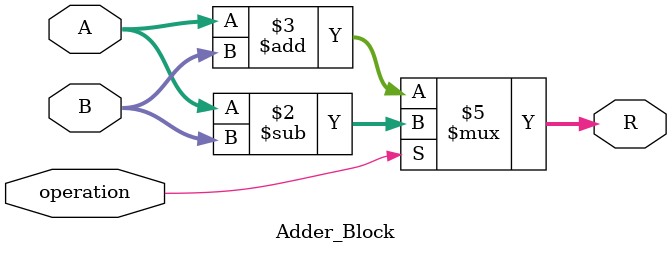
<source format=v>
`timescale 1ns / 1ps


// Block to perform addition operations
module Adder_Block ( //16-Bit Adder Block
    input [15:0]A, // MSB is sign bit
    input [15:0]B, // MSB is sign bit
    input operation, // Addition or Subtraction
    output reg [15:0]R // MSB is sign bit
    );
//wire carry;
//wire [15:0]compB;
//
//complement C1(.I(B[15:0]),.X(operation),.O(compB[15:0]));
//
//adder16 S1(.A(A[15:0]),.B(compB[15:0]),.Sum(R[15:0]));
//

always@(*)
    if(operation)
        R = A - B;
    else
        R = A + B;
endmodule

//module adder16(
//    input [15:0] A,
//    input [15:0] B,
//    output reg [15:0] Sum
//    );
//always@(A,B)
//    Sum <= A + B;
//endmodule

//module complement(
//	 input [15:0]I,
//	 input X,
//	 output [15:0]O
//	 );
//xor(O[15], X, I[15]);
//xor(O[14], X, I[14]);
//xor(O[13], X, I[13]);
//xor(O[12], X, I[12]);
//xor(O[11], X, I[11]);
//xor(O[10], X, I[10]);
//xor(O[9],  X, I[9]);
//xor(O[8],  X, I[8]);
//xor(O[7],  X, I[7]);
//xor(O[6],  X, I[6]);
//xor(O[5],  X, I[5]);
//xor(O[4],  X, I[4]);
//xor(O[3],  X, I[3]);
//xor(O[2],  X, I[2]);
//xor(O[1],  X, I[1]);
//xor(O[0],  X, I[0]);
//endmodule

</source>
